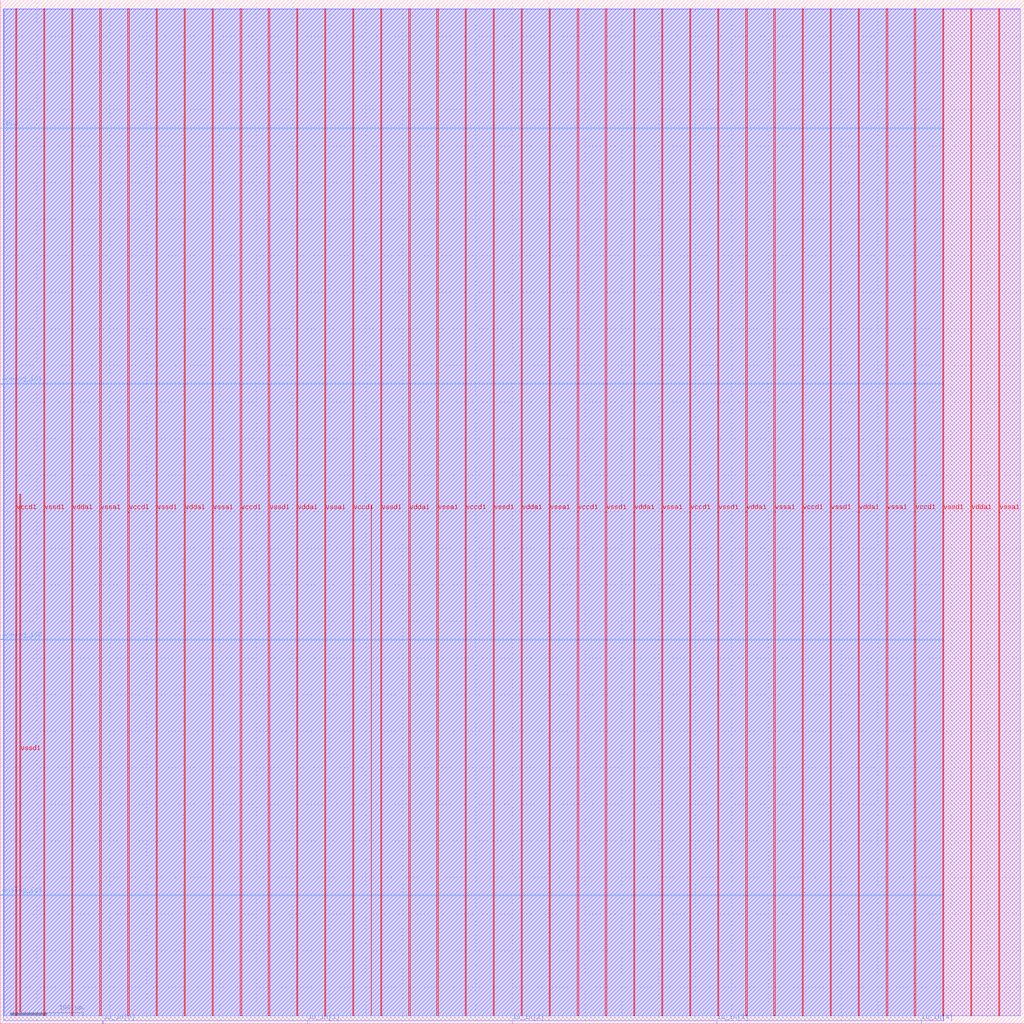
<source format=lef>
VERSION 5.7 ;
  NOWIREEXTENSIONATPIN ON ;
  DIVIDERCHAR "/" ;
  BUSBITCHARS "[]" ;
MACRO user_proj_example
  CLASS BLOCK ;
  FOREIGN user_proj_example ;
  ORIGIN 0.000 0.000 ;
  SIZE 1400.000 BY 1400.000 ;
  PIN SEL2
    DIRECTION INPUT ;
    USE SIGNAL ;
    ANTENNAGATEAREA 0.495000 ;
    PORT
      LAYER met3 ;
        RECT 0.000 1224.040 4.000 1224.640 ;
    END
  END SEL2
  PIN analog_io1
    DIRECTION INOUT ;
    USE SIGNAL ;
    ANTENNADIFFAREA 0.434700 ;
    PORT
      LAYER met3 ;
        RECT 0.000 874.520 4.000 875.120 ;
    END
  END analog_io1
  PIN analog_io2
    DIRECTION INOUT ;
    USE SIGNAL ;
    ANTENNADIFFAREA 0.434700 ;
    PORT
      LAYER met3 ;
        RECT 0.000 525.000 4.000 525.600 ;
    END
  END analog_io2
  PIN analog_io3
    DIRECTION INOUT ;
    USE SIGNAL ;
    ANTENNADIFFAREA 0.434700 ;
    PORT
      LAYER met3 ;
        RECT 0.000 175.480 4.000 176.080 ;
    END
  END analog_io3
  PIN io_in[0]
    DIRECTION INPUT ;
    USE SIGNAL ;
    ANTENNAGATEAREA 0.213000 ;
    PORT
      LAYER met2 ;
        RECT 140.390 0.000 140.670 4.000 ;
    END
  END io_in[0]
  PIN io_in[1]
    DIRECTION INPUT ;
    USE SIGNAL ;
    ANTENNAGATEAREA 0.247500 ;
    PORT
      LAYER met2 ;
        RECT 420.070 0.000 420.350 4.000 ;
    END
  END io_in[1]
  PIN io_in[2]
    DIRECTION INPUT ;
    USE SIGNAL ;
    ANTENNAGATEAREA 0.213000 ;
    PORT
      LAYER met2 ;
        RECT 699.750 0.000 700.030 4.000 ;
    END
  END io_in[2]
  PIN io_in[3]
    DIRECTION INPUT ;
    USE SIGNAL ;
    ANTENNAGATEAREA 0.213000 ;
    PORT
      LAYER met2 ;
        RECT 979.430 0.000 979.710 4.000 ;
    END
  END io_in[3]
  PIN io_in[4]
    DIRECTION INPUT ;
    USE SIGNAL ;
    ANTENNAGATEAREA 0.990000 ;
    PORT
      LAYER met2 ;
        RECT 1259.110 0.000 1259.390 4.000 ;
    END
  END io_in[4]
  PIN vccd1
    DIRECTION INOUT ;
    USE POWER ;
    PORT
      LAYER met4 ;
        RECT 21.040 10.640 22.640 1387.440 ;
    END
    PORT
      LAYER met4 ;
        RECT 174.640 10.640 176.240 1387.440 ;
    END
    PORT
      LAYER met4 ;
        RECT 328.240 10.640 329.840 1387.440 ;
    END
    PORT
      LAYER met4 ;
        RECT 481.840 10.640 483.440 1387.440 ;
    END
    PORT
      LAYER met4 ;
        RECT 635.440 10.640 637.040 1387.440 ;
    END
    PORT
      LAYER met4 ;
        RECT 789.040 10.640 790.640 1387.440 ;
    END
    PORT
      LAYER met4 ;
        RECT 942.640 10.640 944.240 1387.440 ;
    END
    PORT
      LAYER met4 ;
        RECT 1096.240 10.640 1097.840 1387.440 ;
    END
    PORT
      LAYER met4 ;
        RECT 1249.840 10.640 1251.440 1387.440 ;
    END
  END vccd1
  PIN vdda1
    DIRECTION INOUT ;
    USE POWER ;
    PORT
      LAYER met4 ;
        RECT 97.840 10.640 99.440 1387.440 ;
    END
    PORT
      LAYER met4 ;
        RECT 251.440 10.640 253.040 1387.440 ;
    END
    PORT
      LAYER met4 ;
        RECT 405.040 10.640 406.640 1387.440 ;
    END
    PORT
      LAYER met4 ;
        RECT 558.640 10.640 560.240 1387.440 ;
    END
    PORT
      LAYER met4 ;
        RECT 712.240 10.640 713.840 1387.440 ;
    END
    PORT
      LAYER met4 ;
        RECT 865.840 10.640 867.440 1387.440 ;
    END
    PORT
      LAYER met4 ;
        RECT 1019.440 10.640 1021.040 1387.440 ;
    END
    PORT
      LAYER met4 ;
        RECT 1173.040 10.640 1174.640 1387.440 ;
    END
    PORT
      LAYER met4 ;
        RECT 1326.640 10.640 1328.240 1387.440 ;
    END
  END vdda1
  PIN vssa1
    DIRECTION INOUT ;
    USE GROUND ;
    PORT
      LAYER met4 ;
        RECT 136.240 10.640 137.840 1387.440 ;
    END
    PORT
      LAYER met4 ;
        RECT 289.840 10.640 291.440 1387.440 ;
    END
    PORT
      LAYER met4 ;
        RECT 443.440 10.640 445.040 1387.440 ;
    END
    PORT
      LAYER met4 ;
        RECT 597.040 10.640 598.640 1387.440 ;
    END
    PORT
      LAYER met4 ;
        RECT 750.640 10.640 752.240 1387.440 ;
    END
    PORT
      LAYER met4 ;
        RECT 904.240 10.640 905.840 1387.440 ;
    END
    PORT
      LAYER met4 ;
        RECT 1057.840 10.640 1059.440 1387.440 ;
    END
    PORT
      LAYER met4 ;
        RECT 1211.440 10.640 1213.040 1387.440 ;
    END
    PORT
      LAYER met4 ;
        RECT 1365.040 10.640 1366.640 1387.440 ;
    END
  END vssa1
  PIN vssd1
    DIRECTION INOUT ;
    USE GROUND ;
    PORT
      LAYER met4 ;
        RECT 59.440 10.640 61.040 1387.440 ;
    END
    PORT
      LAYER met4 ;
        RECT 213.040 10.640 214.640 1387.440 ;
    END
    PORT
      LAYER met4 ;
        RECT 366.640 10.640 368.240 1387.440 ;
    END
    PORT
      LAYER met4 ;
        RECT 520.240 10.640 521.840 1387.440 ;
    END
    PORT
      LAYER met4 ;
        RECT 673.840 10.640 675.440 1387.440 ;
    END
    PORT
      LAYER met4 ;
        RECT 827.440 10.640 829.040 1387.440 ;
    END
    PORT
      LAYER met4 ;
        RECT 981.040 10.640 982.640 1387.440 ;
    END
    PORT
      LAYER met4 ;
        RECT 1134.640 10.640 1136.240 1387.440 ;
    END
    PORT
      LAYER met4 ;
        RECT 1288.240 10.640 1289.840 1387.440 ;
    END
    PORT
      LAYER met4 ;
        RECT 26.340 16.080 27.940 723.760 ;
    END
  END vssd1
  OBS
      LAYER li1 ;
        RECT 5.520 10.795 1394.260 1387.285 ;
      LAYER met1 ;
        RECT 4.670 10.640 1394.260 1387.440 ;
      LAYER met2 ;
        RECT 4.690 4.280 1289.810 1387.385 ;
        RECT 4.690 4.000 140.110 4.280 ;
        RECT 140.950 4.000 419.790 4.280 ;
        RECT 420.630 4.000 699.470 4.280 ;
        RECT 700.310 4.000 979.150 4.280 ;
        RECT 979.990 4.000 1258.830 4.280 ;
        RECT 1259.670 4.000 1289.810 4.280 ;
      LAYER met3 ;
        RECT 4.000 1225.040 1289.830 1387.365 ;
        RECT 4.400 1223.640 1289.830 1225.040 ;
        RECT 4.000 875.520 1289.830 1223.640 ;
        RECT 4.400 874.120 1289.830 875.520 ;
        RECT 4.000 526.000 1289.830 874.120 ;
        RECT 4.400 524.600 1289.830 526.000 ;
        RECT 4.000 176.480 1289.830 524.600 ;
        RECT 4.400 175.080 1289.830 176.480 ;
        RECT 4.000 10.715 1289.830 175.080 ;
      LAYER met4 ;
        RECT 507.215 11.735 507.545 708.385 ;
  END
END user_proj_example
END LIBRARY


</source>
